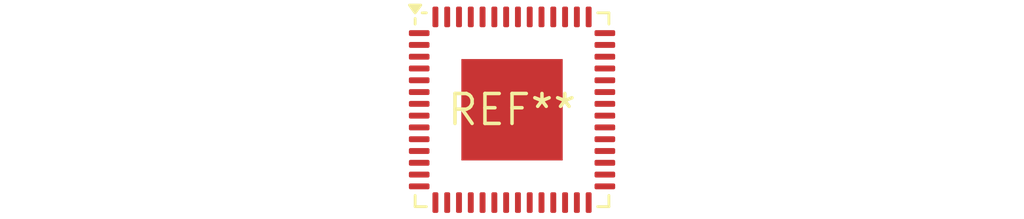
<source format=kicad_pcb>
(kicad_pcb (version 20240108) (generator pcbnew)
  (layers (0 "F.Cu" signal) (31 "B.Cu" signal) (34 "B.Paste" user) (35 "F.Paste" user) (36 "B.SilkS" user "B.Silkscreen") (37 "F.SilkS" user "F.Silkscreen") (38 "B.Mask" user) (39 "F.Mask" user) (44 "Edge.Cuts" user))
  (net 0 "")
  (footprint "QFN-56-1EP_8x8mm_P0.5mm_EP4.3x4.3mm" (layer "F.Cu") (at 0 0)
    (property "Reference" "REF**")
    (property "Value" "QFN-56-1EP_8x8mm_P0.5mm_EP4.3x4.3mm")
    (fp_line (start -4.11 -3.635) (end -4.11 -3.87) (layer "F.SilkS") (stroke (width 0.12)))
    (fp_line (start -4.11 4.11) (end -4.11 3.635) (layer "F.SilkS") (stroke (width 0.12)))
    (fp_line (start -3.635 -4.11) (end -3.81 -4.11) (layer "F.SilkS") (stroke (width 0.12)))
    (fp_line (start -3.635 4.11) (end -4.11 4.11) (layer "F.SilkS") (stroke (width 0.12)))
    (fp_line (start 3.635 -4.11) (end 4.11 -4.11) (layer "F.SilkS") (stroke (width 0.12)))
    (fp_line (start 3.635 4.11) (end 4.11 4.11) (layer "F.SilkS") (stroke (width 0.12)))
    (fp_line (start 4.11 -4.11) (end 4.11 -3.635) (layer "F.SilkS") (stroke (width 0.12)))
    (fp_line (start 4.11 4.11) (end 4.11 3.635) (layer "F.SilkS") (stroke (width 0.12)))
    (fp_poly (pts (xy -4.11 -4.11) (xy -4.35 -4.44) (xy -3.87 -4.44) (xy -4.11 -4.11)) (layer "F.SilkS") (stroke (width 0.12)) (fill solid))
    (pad "1" smd roundrect (at -3.9375 -3.25) (size 0.875 0.25) (layers "F.Cu" "F.Paste" "F.Mask"))
    (pad "2" smd roundrect (at -3.9375 -2.75) (size 0.875 0.25) (layers "F.Cu" "F.Paste" "F.Mask"))
    (pad "3" smd roundrect (at -3.9375 -2.25) (size 0.875 0.25) (layers "F.Cu" "F.Paste" "F.Mask"))
    (pad "4" smd roundrect (at -3.9375 -1.75) (size 0.875 0.25) (layers "F.Cu" "F.Paste" "F.Mask"))
    (pad "5" smd roundrect (at -3.9375 -1.25) (size 0.875 0.25) (layers "F.Cu" "F.Paste" "F.Mask"))
    (pad "6" smd roundrect (at -3.9375 -0.75) (size 0.875 0.25) (layers "F.Cu" "F.Paste" "F.Mask"))
    (pad "7" smd roundrect (at -3.9375 -0.25) (size 0.875 0.25) (layers "F.Cu" "F.Paste" "F.Mask"))
    (pad "8" smd roundrect (at -3.9375 0.25) (size 0.875 0.25) (layers "F.Cu" "F.Paste" "F.Mask"))
    (pad "9" smd roundrect (at -3.9375 0.75) (size 0.875 0.25) (layers "F.Cu" "F.Paste" "F.Mask"))
    (pad "10" smd roundrect (at -3.9375 1.25) (size 0.875 0.25) (layers "F.Cu" "F.Paste" "F.Mask"))
    (pad "11" smd roundrect (at -3.9375 1.75) (size 0.875 0.25) (layers "F.Cu" "F.Paste" "F.Mask"))
    (pad "12" smd roundrect (at -3.9375 2.25) (size 0.875 0.25) (layers "F.Cu" "F.Paste" "F.Mask"))
    (pad "13" smd roundrect (at -3.9375 2.75) (size 0.875 0.25) (layers "F.Cu" "F.Paste" "F.Mask"))
    (pad "14" smd roundrect (at -3.9375 3.25) (size 0.875 0.25) (layers "F.Cu" "F.Paste" "F.Mask"))
    (pad "15" smd roundrect (at -3.25 3.9375) (size 0.25 0.875) (layers "F.Cu" "F.Paste" "F.Mask"))
    (pad "16" smd roundrect (at -2.75 3.9375) (size 0.25 0.875) (layers "F.Cu" "F.Paste" "F.Mask"))
    (pad "17" smd roundrect (at -2.25 3.9375) (size 0.25 0.875) (layers "F.Cu" "F.Paste" "F.Mask"))
    (pad "18" smd roundrect (at -1.75 3.9375) (size 0.25 0.875) (layers "F.Cu" "F.Paste" "F.Mask"))
    (pad "19" smd roundrect (at -1.25 3.9375) (size 0.25 0.875) (layers "F.Cu" "F.Paste" "F.Mask"))
    (pad "20" smd roundrect (at -0.75 3.9375) (size 0.25 0.875) (layers "F.Cu" "F.Paste" "F.Mask"))
    (pad "21" smd roundrect (at -0.25 3.9375) (size 0.25 0.875) (layers "F.Cu" "F.Paste" "F.Mask"))
    (pad "22" smd roundrect (at 0.25 3.9375) (size 0.25 0.875) (layers "F.Cu" "F.Paste" "F.Mask"))
    (pad "23" smd roundrect (at 0.75 3.9375) (size 0.25 0.875) (layers "F.Cu" "F.Paste" "F.Mask"))
    (pad "24" smd roundrect (at 1.25 3.9375) (size 0.25 0.875) (layers "F.Cu" "F.Paste" "F.Mask"))
    (pad "25" smd roundrect (at 1.75 3.9375) (size 0.25 0.875) (layers "F.Cu" "F.Paste" "F.Mask"))
    (pad "26" smd roundrect (at 2.25 3.9375) (size 0.25 0.875) (layers "F.Cu" "F.Paste" "F.Mask"))
    (pad "27" smd roundrect (at 2.75 3.9375) (size 0.25 0.875) (layers "F.Cu" "F.Paste" "F.Mask"))
    (pad "28" smd roundrect (at 3.25 3.9375) (size 0.25 0.875) (layers "F.Cu" "F.Paste" "F.Mask"))
    (pad "29" smd roundrect (at 3.9375 3.25) (size 0.875 0.25) (layers "F.Cu" "F.Paste" "F.Mask"))
    (pad "30" smd roundrect (at 3.9375 2.75) (size 0.875 0.25) (layers "F.Cu" "F.Paste" "F.Mask"))
    (pad "31" smd roundrect (at 3.9375 2.25) (size 0.875 0.25) (layers "F.Cu" "F.Paste" "F.Mask"))
    (pad "32" smd roundrect (at 3.9375 1.75) (size 0.875 0.25) (layers "F.Cu" "F.Paste" "F.Mask"))
    (pad "33" smd roundrect (at 3.9375 1.25) (size 0.875 0.25) (layers "F.Cu" "F.Paste" "F.Mask"))
    (pad "34" smd roundrect (at 3.9375 0.75) (size 0.875 0.25) (layers "F.Cu" "F.Paste" "F.Mask"))
    (pad "35" smd roundrect (at 3.9375 0.25) (size 0.875 0.25) (layers "F.Cu" "F.Paste" "F.Mask"))
    (pad "36" smd roundrect (at 3.9375 -0.25) (size 0.875 0.25) (layers "F.Cu" "F.Paste" "F.Mask"))
    (pad "37" smd roundrect (at 3.9375 -0.75) (size 0.875 0.25) (layers "F.Cu" "F.Paste" "F.Mask"))
    (pad "38" smd roundrect (at 3.9375 -1.25) (size 0.875 0.25) (layers "F.Cu" "F.Paste" "F.Mask"))
    (pad "39" smd roundrect (at 3.9375 -1.75) (size 0.875 0.25) (layers "F.Cu" "F.Paste" "F.Mask"))
    (pad "40" smd roundrect (at 3.9375 -2.25) (size 0.875 0.25) (layers "F.Cu" "F.Paste" "F.Mask"))
    (pad "41" smd roundrect (at 3.9375 -2.75) (size 0.875 0.25) (layers "F.Cu" "F.Paste" "F.Mask"))
    (pad "42" smd roundrect (at 3.9375 -3.25) (size 0.875 0.25) (layers "F.Cu" "F.Paste" "F.Mask"))
    (pad "43" smd roundrect (at 3.25 -3.9375) (size 0.25 0.875) (layers "F.Cu" "F.Paste" "F.Mask"))
    (pad "44" smd roundrect (at 2.75 -3.9375) (size 0.25 0.875) (layers "F.Cu" "F.Paste" "F.Mask"))
    (pad "45" smd roundrect (at 2.25 -3.9375) (size 0.25 0.875) (layers "F.Cu" "F.Paste" "F.Mask"))
    (pad "46" smd roundrect (at 1.75 -3.9375) (size 0.25 0.875) (layers "F.Cu" "F.Paste" "F.Mask"))
    (pad "47" smd roundrect (at 1.25 -3.9375) (size 0.25 0.875) (layers "F.Cu" "F.Paste" "F.Mask"))
    (pad "48" smd roundrect (at 0.75 -3.9375) (size 0.25 0.875) (layers "F.Cu" "F.Paste" "F.Mask"))
    (pad "49" smd roundrect (at 0.25 -3.9375) (size 0.25 0.875) (layers "F.Cu" "F.Paste" "F.Mask"))
    (pad "50" smd roundrect (at -0.25 -3.9375) (size 0.25 0.875) (layers "F.Cu" "F.Paste" "F.Mask"))
    (pad "51" smd roundrect (at -0.75 -3.9375) (size 0.25 0.875) (layers "F.Cu" "F.Paste" "F.Mask"))
    (pad "52" smd roundrect (at -1.25 -3.9375) (size 0.25 0.875) (layers "F.Cu" "F.Paste" "F.Mask"))
    (pad "53" smd roundrect (at -1.75 -3.9375) (size 0.25 0.875) (layers "F.Cu" "F.Paste" "F.Mask"))
    (pad "54" smd roundrect (at -2.25 -3.9375) (size 0.25 0.875) (layers "F.Cu" "F.Paste" "F.Mask"))
    (pad "55" smd roundrect (at -2.75 -3.9375) (size 0.25 0.875) (layers "F.Cu" "F.Paste" "F.Mask"))
    (pad "56" smd roundrect (at -3.25 -3.9375) (size 0.25 0.875) (layers "F.Cu" "F.Paste" "F.Mask"))
    (pad "57" smd rect (at 0 0) (size 4.3 4.3) (property pad_prop_heatsink) (layers "F.Cu" "F.Mask"))
  )
)
</source>
